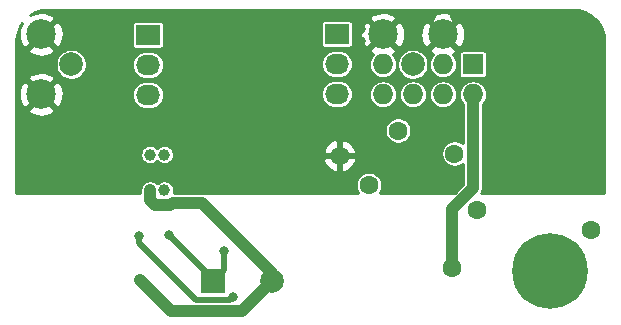
<source format=gbl>
G04 #@! TF.GenerationSoftware,KiCad,Pcbnew,5.1.4+dfsg1-1~bpo10+1*
G04 #@! TF.CreationDate,2019-10-02T20:55:17+02:00*
G04 #@! TF.ProjectId,iak-swr-meter,69616b2d-7377-4722-9d6d-657465722e6b,rev?*
G04 #@! TF.SameCoordinates,Original*
G04 #@! TF.FileFunction,Copper,L2,Bot*
G04 #@! TF.FilePolarity,Positive*
%FSLAX46Y46*%
G04 Gerber Fmt 4.6, Leading zero omitted, Abs format (unit mm)*
G04 Created by KiCad (PCBNEW 5.1.4+dfsg1-1~bpo10+1) date 2019-10-02 20:55:17*
%MOMM*%
%LPD*%
G04 APERTURE LIST*
%ADD10C,2.500000*%
%ADD11C,2.000000*%
%ADD12O,1.727200X1.727200*%
%ADD13R,1.727200X1.727200*%
%ADD14O,1.600000X1.600000*%
%ADD15C,1.600000*%
%ADD16C,0.600000*%
%ADD17C,6.400000*%
%ADD18O,2.032000X1.727200*%
%ADD19R,2.032000X1.727200*%
%ADD20C,1.000000*%
%ADD21R,2.000000X2.000000*%
%ADD22C,0.800000*%
%ADD23C,0.500000*%
%ADD24C,1.000000*%
%ADD25C,0.254000*%
G04 APERTURE END LIST*
D10*
X41460000Y15040000D03*
X36380000Y15040000D03*
D11*
X38920000Y12500000D03*
D12*
X36380000Y9960000D03*
X36380000Y12500000D03*
X38920000Y9960000D03*
X41460000Y9960000D03*
X41460000Y12500000D03*
X44000000Y9960000D03*
D13*
X44000000Y12500000D03*
D14*
X54000000Y8500000D03*
D15*
X54000000Y-1500000D03*
D16*
X52197056Y13197056D03*
X50500000Y13900000D03*
X48802944Y13197056D03*
X48100000Y11500000D03*
X48802944Y9802944D03*
X50500000Y9100000D03*
X52197056Y9802944D03*
X52900000Y11500000D03*
D17*
X50500000Y11500000D03*
D16*
X52197056Y-3302944D03*
X50500000Y-2600000D03*
X48802944Y-3302944D03*
X48100000Y-5000000D03*
X48802944Y-6697056D03*
X50500000Y-7400000D03*
X52197056Y-6697056D03*
X52900000Y-5000000D03*
D17*
X50500000Y-5000000D03*
D15*
X42272971Y-4772971D03*
X44394291Y176777D03*
X42449747Y4949747D03*
X37676777Y6894291D03*
X35201903Y2298097D03*
X32727029Y4772971D03*
D18*
X32500000Y10000000D03*
X32500000Y12540000D03*
D19*
X32500000Y15080000D03*
D18*
X16500000Y9920000D03*
X16500000Y12460000D03*
D19*
X16500000Y15000000D03*
D20*
X16672000Y1858000D03*
X16672000Y4858000D03*
X17872000Y4858000D03*
X17872000Y1858000D03*
D10*
X7460000Y9960000D03*
X12540000Y9960000D03*
X7460000Y15040000D03*
X12540000Y15040000D03*
D11*
X10000000Y12500000D03*
X26996400Y-5842000D03*
D21*
X21996400Y-5842000D03*
D22*
X22899998Y-3327400D03*
X18262600Y-1955800D03*
X18584608Y797710D03*
X25247600Y-3378200D03*
X15784800Y-5729000D03*
X15748000Y-2032000D03*
X23677246Y-7224943D03*
X18500000Y13000000D03*
X19500000Y13000000D03*
X20500000Y13000000D03*
X21500000Y13000000D03*
X22500000Y13000000D03*
X23500000Y13000000D03*
X24500000Y13000000D03*
X25500000Y13000000D03*
X26500000Y13000000D03*
X27500000Y13000000D03*
X28500000Y13000000D03*
X29500000Y13000000D03*
X30500000Y13000000D03*
X25500000Y8500000D03*
X24500000Y8500000D03*
X23500000Y8500000D03*
X22500000Y8500000D03*
X21500000Y8500000D03*
X20500000Y8500000D03*
X19500000Y8500000D03*
X18500000Y8500000D03*
X17500000Y8500000D03*
X26000000Y7000000D03*
X27000000Y7000000D03*
X28000000Y7000000D03*
X28500000Y12000000D03*
X28500000Y11000000D03*
X28500000Y10000000D03*
X28500000Y9000000D03*
X28500000Y8000000D03*
X28000000Y6000000D03*
X29000000Y5500000D03*
X30000000Y5500000D03*
X31000000Y6000000D03*
X22000000Y4000000D03*
X23000000Y4000000D03*
X24000000Y4000000D03*
X25000000Y4000000D03*
X11000000Y4500000D03*
X10000000Y4500000D03*
X12000000Y3000000D03*
X13000000Y3000000D03*
X14500000Y4500000D03*
X15500000Y4500000D03*
X16500000Y8000000D03*
X15500000Y8000000D03*
X14500000Y8500000D03*
X27500000Y16500000D03*
X26500000Y16500000D03*
X25500000Y16500000D03*
X22500000Y16500000D03*
X23500000Y16500000D03*
X24500000Y16500000D03*
X28500000Y16500000D03*
X29500000Y16500000D03*
X30500000Y16500000D03*
X20500000Y16500000D03*
X21500000Y16500000D03*
X18500000Y16500000D03*
X19500000Y16500000D03*
X17500000Y16500000D03*
X16500000Y16500000D03*
X15500000Y16500000D03*
X14500000Y16500000D03*
X31500000Y16500000D03*
X32500000Y16500000D03*
X33500000Y16500000D03*
X34500000Y16500000D03*
X34500000Y15500000D03*
X34500000Y14500000D03*
X34500000Y11000000D03*
X34500000Y10000000D03*
X34500000Y9000000D03*
X34500000Y8000000D03*
X33500000Y8000000D03*
X32500000Y8000000D03*
X31500000Y8000000D03*
X31000000Y7000000D03*
X40500000Y16500000D03*
X38500000Y16500000D03*
X44500000Y16500000D03*
X42500000Y16500000D03*
X46500000Y16500000D03*
X48500000Y16500000D03*
X52500000Y16500000D03*
X50500000Y16500000D03*
X6000000Y6500000D03*
X6000000Y2500000D03*
X6000000Y12500000D03*
X6000000Y4500000D03*
D23*
X22910800Y-3338202D02*
X22899998Y-3327400D01*
X21996400Y-5842000D02*
X22910800Y-4927600D01*
X22910800Y-4927600D02*
X22910800Y-3338202D01*
X21996400Y-5689600D02*
X18262600Y-1955800D01*
X21996400Y-5842000D02*
X21996400Y-5689600D01*
D24*
X26996400Y-5842000D02*
X26996400Y-5127000D01*
X26996400Y-5127000D02*
X25247600Y-3378200D01*
X21071690Y797710D02*
X18584608Y797710D01*
X25247600Y-3378200D02*
X21071690Y797710D01*
X18345698Y558800D02*
X18584608Y797710D01*
X17119600Y558800D02*
X18345698Y558800D01*
X16672000Y1858000D02*
X16672000Y1006400D01*
X16672000Y1006400D02*
X17119600Y558800D01*
X18463200Y-8407400D02*
X16184799Y-6128999D01*
X26996400Y-5842000D02*
X24431000Y-8407400D01*
X16184799Y-6128999D02*
X15784800Y-5729000D01*
X24431000Y-8407400D02*
X18463200Y-8407400D01*
D23*
X15748000Y-2032000D02*
X15748000Y-2597685D01*
X20591748Y-7441433D02*
X23460756Y-7441433D01*
X15748000Y-2597685D02*
X20591748Y-7441433D01*
X23460756Y-7441433D02*
X23677246Y-7224943D01*
D24*
X42272971Y-3641601D02*
X42272971Y-4772971D01*
X42272971Y275459D02*
X42272971Y-3641601D01*
X44000000Y2002488D02*
X42272971Y275459D01*
X44000000Y9960000D02*
X44000000Y2002488D01*
D25*
G36*
X53014003Y17095913D02*
G01*
X53508427Y16946639D01*
X53964449Y16704168D01*
X54364680Y16377748D01*
X54693894Y15979797D01*
X54939537Y15525487D01*
X55092262Y15032115D01*
X55147991Y14501883D01*
X55148001Y14499060D01*
X55148000Y1627000D01*
X44737022Y1627000D01*
X44767744Y1684477D01*
X44767745Y1684478D01*
X44815034Y1840368D01*
X44827000Y1961864D01*
X44827000Y1961874D01*
X44831000Y2002488D01*
X44827000Y2043102D01*
X44827000Y9098491D01*
X44845954Y9114046D01*
X44885107Y9161754D01*
X49873000Y9161754D01*
X49873000Y9038246D01*
X49897095Y8917111D01*
X49944360Y8803004D01*
X50012977Y8700311D01*
X50100311Y8612977D01*
X50203004Y8544360D01*
X50317111Y8497095D01*
X50438246Y8473000D01*
X50561754Y8473000D01*
X50682889Y8497095D01*
X50796996Y8544360D01*
X50899689Y8612977D01*
X50987023Y8700311D01*
X51055640Y8803004D01*
X51102905Y8917111D01*
X51127000Y9038246D01*
X51127000Y9161754D01*
X51102905Y9282889D01*
X51055640Y9396996D01*
X50987023Y9499689D01*
X50899689Y9587023D01*
X50796996Y9655640D01*
X50682889Y9702905D01*
X50561754Y9727000D01*
X50438246Y9727000D01*
X50317111Y9702905D01*
X50203004Y9655640D01*
X50100311Y9587023D01*
X50012977Y9499689D01*
X49944360Y9396996D01*
X49897095Y9282889D01*
X49873000Y9161754D01*
X44885107Y9161754D01*
X44994737Y9295338D01*
X45105293Y9502173D01*
X45173372Y9726602D01*
X45186973Y9864698D01*
X48175944Y9864698D01*
X48175944Y9741190D01*
X48200039Y9620055D01*
X48247304Y9505948D01*
X48315921Y9403255D01*
X48403255Y9315921D01*
X48505948Y9247304D01*
X48620055Y9200039D01*
X48741190Y9175944D01*
X48864698Y9175944D01*
X48985833Y9200039D01*
X49099940Y9247304D01*
X49202633Y9315921D01*
X49289967Y9403255D01*
X49358584Y9505948D01*
X49405849Y9620055D01*
X49429944Y9741190D01*
X49429944Y9864698D01*
X51570056Y9864698D01*
X51570056Y9741190D01*
X51594151Y9620055D01*
X51641416Y9505948D01*
X51710033Y9403255D01*
X51797367Y9315921D01*
X51900060Y9247304D01*
X52014167Y9200039D01*
X52135302Y9175944D01*
X52258810Y9175944D01*
X52379945Y9200039D01*
X52494052Y9247304D01*
X52596745Y9315921D01*
X52684079Y9403255D01*
X52752696Y9505948D01*
X52799961Y9620055D01*
X52824056Y9741190D01*
X52824056Y9864698D01*
X52799961Y9985833D01*
X52752696Y10099940D01*
X52684079Y10202633D01*
X52596745Y10289967D01*
X52494052Y10358584D01*
X52379945Y10405849D01*
X52258810Y10429944D01*
X52135302Y10429944D01*
X52014167Y10405849D01*
X51900060Y10358584D01*
X51797367Y10289967D01*
X51710033Y10202633D01*
X51641416Y10099940D01*
X51594151Y9985833D01*
X51570056Y9864698D01*
X49429944Y9864698D01*
X49405849Y9985833D01*
X49358584Y10099940D01*
X49289967Y10202633D01*
X49202633Y10289967D01*
X49099940Y10358584D01*
X48985833Y10405849D01*
X48864698Y10429944D01*
X48741190Y10429944D01*
X48620055Y10405849D01*
X48505948Y10358584D01*
X48403255Y10289967D01*
X48315921Y10202633D01*
X48247304Y10099940D01*
X48200039Y9985833D01*
X48175944Y9864698D01*
X45186973Y9864698D01*
X45196360Y9960000D01*
X45173372Y10193398D01*
X45105293Y10417827D01*
X44994737Y10624662D01*
X44845954Y10805954D01*
X44664662Y10954737D01*
X44457827Y11065293D01*
X44233398Y11133372D01*
X44058481Y11150600D01*
X43941519Y11150600D01*
X43766602Y11133372D01*
X43542173Y11065293D01*
X43335338Y10954737D01*
X43154046Y10805954D01*
X43005263Y10624662D01*
X42894707Y10417827D01*
X42826628Y10193398D01*
X42803640Y9960000D01*
X42826628Y9726602D01*
X42894707Y9502173D01*
X43005263Y9295338D01*
X43154046Y9114046D01*
X43173000Y9098491D01*
X43173001Y5820312D01*
X43168168Y5825145D01*
X42983582Y5948481D01*
X42778481Y6033437D01*
X42560747Y6076747D01*
X42338747Y6076747D01*
X42121013Y6033437D01*
X41915912Y5948481D01*
X41731326Y5825145D01*
X41574349Y5668168D01*
X41451013Y5483582D01*
X41366057Y5278481D01*
X41322747Y5060747D01*
X41322747Y4838747D01*
X41366057Y4621013D01*
X41451013Y4415912D01*
X41574349Y4231326D01*
X41731326Y4074349D01*
X41915912Y3951013D01*
X42121013Y3866057D01*
X42338747Y3822747D01*
X42560747Y3822747D01*
X42778481Y3866057D01*
X42983582Y3951013D01*
X43168168Y4074349D01*
X43173001Y4079182D01*
X43173001Y2345043D01*
X42454958Y1627000D01*
X36108922Y1627000D01*
X36200637Y1764262D01*
X36285593Y1969363D01*
X36328903Y2187097D01*
X36328903Y2409097D01*
X36285593Y2626831D01*
X36200637Y2831932D01*
X36077301Y3016518D01*
X35920324Y3173495D01*
X35735738Y3296831D01*
X35530637Y3381787D01*
X35312903Y3425097D01*
X35090903Y3425097D01*
X34873169Y3381787D01*
X34668068Y3296831D01*
X34483482Y3173495D01*
X34326505Y3016518D01*
X34203169Y2831932D01*
X34118213Y2626831D01*
X34074903Y2409097D01*
X34074903Y2187097D01*
X34118213Y1969363D01*
X34203169Y1764262D01*
X34294884Y1627000D01*
X21089052Y1627000D01*
X21071690Y1628710D01*
X21054328Y1627000D01*
X18669253Y1627000D01*
X18699000Y1776548D01*
X18699000Y1939452D01*
X18667218Y2099227D01*
X18604877Y2249731D01*
X18514372Y2385181D01*
X18399181Y2500372D01*
X18263731Y2590877D01*
X18113227Y2653218D01*
X17953452Y2685000D01*
X17790548Y2685000D01*
X17630773Y2653218D01*
X17480269Y2590877D01*
X17344819Y2500372D01*
X17273330Y2428883D01*
X17259606Y2445606D01*
X17228049Y2471504D01*
X17199181Y2500372D01*
X17165234Y2523054D01*
X17133678Y2548952D01*
X17097677Y2568195D01*
X17063731Y2590877D01*
X17026013Y2606500D01*
X16990009Y2625745D01*
X16950942Y2637596D01*
X16913227Y2653218D01*
X16873188Y2661182D01*
X16834119Y2673034D01*
X16793492Y2677035D01*
X16753452Y2685000D01*
X16712624Y2685000D01*
X16672000Y2689001D01*
X16631376Y2685000D01*
X16590548Y2685000D01*
X16550508Y2677035D01*
X16509880Y2673034D01*
X16470809Y2661182D01*
X16430773Y2653218D01*
X16393061Y2637597D01*
X16353990Y2625745D01*
X16317982Y2606498D01*
X16280269Y2590877D01*
X16246327Y2568198D01*
X16210321Y2548952D01*
X16178762Y2523052D01*
X16144819Y2500372D01*
X16115952Y2471505D01*
X16084394Y2445606D01*
X16058496Y2414049D01*
X16029628Y2385181D01*
X16006946Y2351234D01*
X15981048Y2319678D01*
X15961805Y2283677D01*
X15939123Y2249731D01*
X15923500Y2212013D01*
X15904255Y2176009D01*
X15892404Y2136942D01*
X15876782Y2099227D01*
X15868818Y2059188D01*
X15856966Y2020119D01*
X15852965Y1979492D01*
X15845000Y1939452D01*
X15845000Y1627000D01*
X5352000Y1627000D01*
X5352000Y4939452D01*
X15845000Y4939452D01*
X15845000Y4776548D01*
X15876782Y4616773D01*
X15939123Y4466269D01*
X16029628Y4330819D01*
X16144819Y4215628D01*
X16280269Y4125123D01*
X16430773Y4062782D01*
X16590548Y4031000D01*
X16753452Y4031000D01*
X16913227Y4062782D01*
X17063731Y4125123D01*
X17199181Y4215628D01*
X17272000Y4288447D01*
X17344819Y4215628D01*
X17480269Y4125123D01*
X17630773Y4062782D01*
X17790548Y4031000D01*
X17953452Y4031000D01*
X18113227Y4062782D01*
X18263731Y4125123D01*
X18399181Y4215628D01*
X18514372Y4330819D01*
X18575859Y4422842D01*
X31328241Y4422842D01*
X31423425Y4156680D01*
X31568706Y3914201D01*
X31758501Y3704724D01*
X31985516Y3536300D01*
X32241027Y3415400D01*
X32376900Y3374183D01*
X32600029Y3496078D01*
X32600029Y4645971D01*
X32854029Y4645971D01*
X32854029Y3496078D01*
X33077158Y3374183D01*
X33343320Y3469367D01*
X33585799Y3614648D01*
X33795276Y3804443D01*
X33963700Y4031458D01*
X34084600Y4286969D01*
X34125817Y4422842D01*
X34003922Y4645971D01*
X32854029Y4645971D01*
X32600029Y4645971D01*
X31450136Y4645971D01*
X31328241Y4422842D01*
X18575859Y4422842D01*
X18604877Y4466269D01*
X18667218Y4616773D01*
X18699000Y4776548D01*
X18699000Y4939452D01*
X18667218Y5099227D01*
X18657330Y5123100D01*
X31328241Y5123100D01*
X31450136Y4899971D01*
X32600029Y4899971D01*
X32600029Y6049864D01*
X32854029Y6049864D01*
X32854029Y4899971D01*
X34003922Y4899971D01*
X34125817Y5123100D01*
X34030633Y5389262D01*
X33885352Y5631741D01*
X33695557Y5841218D01*
X33468542Y6009642D01*
X33213031Y6130542D01*
X33077158Y6171759D01*
X32854029Y6049864D01*
X32600029Y6049864D01*
X32376900Y6171759D01*
X32110738Y6076575D01*
X31868259Y5931294D01*
X31658782Y5741499D01*
X31490358Y5514484D01*
X31369458Y5258973D01*
X31328241Y5123100D01*
X18657330Y5123100D01*
X18604877Y5249731D01*
X18514372Y5385181D01*
X18399181Y5500372D01*
X18263731Y5590877D01*
X18113227Y5653218D01*
X17953452Y5685000D01*
X17790548Y5685000D01*
X17630773Y5653218D01*
X17480269Y5590877D01*
X17344819Y5500372D01*
X17272000Y5427553D01*
X17199181Y5500372D01*
X17063731Y5590877D01*
X16913227Y5653218D01*
X16753452Y5685000D01*
X16590548Y5685000D01*
X16430773Y5653218D01*
X16280269Y5590877D01*
X16144819Y5500372D01*
X16029628Y5385181D01*
X15939123Y5249731D01*
X15876782Y5099227D01*
X15845000Y4939452D01*
X5352000Y4939452D01*
X5352000Y7005291D01*
X36549777Y7005291D01*
X36549777Y6783291D01*
X36593087Y6565557D01*
X36678043Y6360456D01*
X36801379Y6175870D01*
X36958356Y6018893D01*
X37142942Y5895557D01*
X37348043Y5810601D01*
X37565777Y5767291D01*
X37787777Y5767291D01*
X38005511Y5810601D01*
X38210612Y5895557D01*
X38395198Y6018893D01*
X38552175Y6175870D01*
X38675511Y6360456D01*
X38760467Y6565557D01*
X38803777Y6783291D01*
X38803777Y7005291D01*
X38760467Y7223025D01*
X38675511Y7428126D01*
X38552175Y7612712D01*
X38395198Y7769689D01*
X38210612Y7893025D01*
X38005511Y7977981D01*
X37787777Y8021291D01*
X37565777Y8021291D01*
X37348043Y7977981D01*
X37142942Y7893025D01*
X36958356Y7769689D01*
X36801379Y7612712D01*
X36678043Y7428126D01*
X36593087Y7223025D01*
X36549777Y7005291D01*
X5352000Y7005291D01*
X5352000Y8646395D01*
X6326000Y8646395D01*
X6451914Y8356423D01*
X6784126Y8190567D01*
X7142312Y8092710D01*
X7512706Y8066611D01*
X7881075Y8113275D01*
X8233262Y8230906D01*
X8468086Y8356423D01*
X8594000Y8646395D01*
X7460000Y9780395D01*
X6326000Y8646395D01*
X5352000Y8646395D01*
X5352000Y9907294D01*
X5566611Y9907294D01*
X5613275Y9538925D01*
X5730906Y9186738D01*
X5856423Y8951914D01*
X6146395Y8826000D01*
X7280395Y9960000D01*
X7639605Y9960000D01*
X8773605Y8826000D01*
X9063577Y8951914D01*
X9229433Y9284126D01*
X9327290Y9642312D01*
X9346856Y9920000D01*
X15151240Y9920000D01*
X15174228Y9686602D01*
X15242307Y9462173D01*
X15352863Y9255338D01*
X15501646Y9074046D01*
X15682938Y8925263D01*
X15889773Y8814707D01*
X16114202Y8746628D01*
X16289119Y8729400D01*
X16710881Y8729400D01*
X16885798Y8746628D01*
X17110227Y8814707D01*
X17317062Y8925263D01*
X17498354Y9074046D01*
X17647137Y9255338D01*
X17757693Y9462173D01*
X17825772Y9686602D01*
X17848760Y9920000D01*
X17840881Y10000000D01*
X31151240Y10000000D01*
X31174228Y9766602D01*
X31242307Y9542173D01*
X31352863Y9335338D01*
X31501646Y9154046D01*
X31682938Y9005263D01*
X31889773Y8894707D01*
X32114202Y8826628D01*
X32289119Y8809400D01*
X32710881Y8809400D01*
X32885798Y8826628D01*
X33110227Y8894707D01*
X33317062Y9005263D01*
X33498354Y9154046D01*
X33647137Y9335338D01*
X33757693Y9542173D01*
X33825772Y9766602D01*
X33844820Y9960000D01*
X35183640Y9960000D01*
X35206628Y9726602D01*
X35274707Y9502173D01*
X35385263Y9295338D01*
X35534046Y9114046D01*
X35715338Y8965263D01*
X35922173Y8854707D01*
X36146602Y8786628D01*
X36321519Y8769400D01*
X36438481Y8769400D01*
X36613398Y8786628D01*
X36837827Y8854707D01*
X37044662Y8965263D01*
X37225954Y9114046D01*
X37374737Y9295338D01*
X37485293Y9502173D01*
X37553372Y9726602D01*
X37576360Y9960000D01*
X37723640Y9960000D01*
X37746628Y9726602D01*
X37814707Y9502173D01*
X37925263Y9295338D01*
X38074046Y9114046D01*
X38255338Y8965263D01*
X38462173Y8854707D01*
X38686602Y8786628D01*
X38861519Y8769400D01*
X38978481Y8769400D01*
X39153398Y8786628D01*
X39377827Y8854707D01*
X39584662Y8965263D01*
X39765954Y9114046D01*
X39914737Y9295338D01*
X40025293Y9502173D01*
X40093372Y9726602D01*
X40116360Y9960000D01*
X40263640Y9960000D01*
X40286628Y9726602D01*
X40354707Y9502173D01*
X40465263Y9295338D01*
X40614046Y9114046D01*
X40795338Y8965263D01*
X41002173Y8854707D01*
X41226602Y8786628D01*
X41401519Y8769400D01*
X41518481Y8769400D01*
X41693398Y8786628D01*
X41917827Y8854707D01*
X42124662Y8965263D01*
X42305954Y9114046D01*
X42454737Y9295338D01*
X42565293Y9502173D01*
X42633372Y9726602D01*
X42656360Y9960000D01*
X42633372Y10193398D01*
X42565293Y10417827D01*
X42454737Y10624662D01*
X42305954Y10805954D01*
X42124662Y10954737D01*
X41917827Y11065293D01*
X41693398Y11133372D01*
X41518481Y11150600D01*
X41401519Y11150600D01*
X41226602Y11133372D01*
X41002173Y11065293D01*
X40795338Y10954737D01*
X40614046Y10805954D01*
X40465263Y10624662D01*
X40354707Y10417827D01*
X40286628Y10193398D01*
X40263640Y9960000D01*
X40116360Y9960000D01*
X40093372Y10193398D01*
X40025293Y10417827D01*
X39914737Y10624662D01*
X39765954Y10805954D01*
X39584662Y10954737D01*
X39377827Y11065293D01*
X39153398Y11133372D01*
X38978481Y11150600D01*
X38861519Y11150600D01*
X38686602Y11133372D01*
X38462173Y11065293D01*
X38255338Y10954737D01*
X38074046Y10805954D01*
X37925263Y10624662D01*
X37814707Y10417827D01*
X37746628Y10193398D01*
X37723640Y9960000D01*
X37576360Y9960000D01*
X37553372Y10193398D01*
X37485293Y10417827D01*
X37374737Y10624662D01*
X37225954Y10805954D01*
X37044662Y10954737D01*
X36837827Y11065293D01*
X36613398Y11133372D01*
X36438481Y11150600D01*
X36321519Y11150600D01*
X36146602Y11133372D01*
X35922173Y11065293D01*
X35715338Y10954737D01*
X35534046Y10805954D01*
X35385263Y10624662D01*
X35274707Y10417827D01*
X35206628Y10193398D01*
X35183640Y9960000D01*
X33844820Y9960000D01*
X33848760Y10000000D01*
X33825772Y10233398D01*
X33757693Y10457827D01*
X33647137Y10664662D01*
X33498354Y10845954D01*
X33317062Y10994737D01*
X33110227Y11105293D01*
X32885798Y11173372D01*
X32710881Y11190600D01*
X32289119Y11190600D01*
X32114202Y11173372D01*
X31889773Y11105293D01*
X31682938Y10994737D01*
X31501646Y10845954D01*
X31352863Y10664662D01*
X31242307Y10457827D01*
X31174228Y10233398D01*
X31151240Y10000000D01*
X17840881Y10000000D01*
X17825772Y10153398D01*
X17757693Y10377827D01*
X17647137Y10584662D01*
X17498354Y10765954D01*
X17317062Y10914737D01*
X17110227Y11025293D01*
X16885798Y11093372D01*
X16710881Y11110600D01*
X16289119Y11110600D01*
X16114202Y11093372D01*
X15889773Y11025293D01*
X15682938Y10914737D01*
X15501646Y10765954D01*
X15352863Y10584662D01*
X15242307Y10377827D01*
X15174228Y10153398D01*
X15151240Y9920000D01*
X9346856Y9920000D01*
X9353389Y10012706D01*
X9306725Y10381075D01*
X9189094Y10733262D01*
X9063577Y10968086D01*
X8773605Y11094000D01*
X7639605Y9960000D01*
X7280395Y9960000D01*
X6146395Y11094000D01*
X5856423Y10968086D01*
X5690567Y10635874D01*
X5592710Y10277688D01*
X5566611Y9907294D01*
X5352000Y9907294D01*
X5352000Y11273605D01*
X6326000Y11273605D01*
X7460000Y10139605D01*
X8594000Y11273605D01*
X8468086Y11563577D01*
X8135874Y11729433D01*
X7777688Y11827290D01*
X7407294Y11853389D01*
X7038925Y11806725D01*
X6686738Y11689094D01*
X6451914Y11563577D01*
X6326000Y11273605D01*
X5352000Y11273605D01*
X5352000Y12630698D01*
X8673000Y12630698D01*
X8673000Y12369302D01*
X8723996Y12112928D01*
X8824028Y11871430D01*
X8969252Y11654087D01*
X9154087Y11469252D01*
X9371430Y11324028D01*
X9612928Y11223996D01*
X9869302Y11173000D01*
X10130698Y11173000D01*
X10387072Y11223996D01*
X10628570Y11324028D01*
X10845913Y11469252D01*
X11030748Y11654087D01*
X11175972Y11871430D01*
X11276004Y12112928D01*
X11327000Y12369302D01*
X11327000Y12460000D01*
X15151240Y12460000D01*
X15174228Y12226602D01*
X15242307Y12002173D01*
X15352863Y11795338D01*
X15501646Y11614046D01*
X15682938Y11465263D01*
X15889773Y11354707D01*
X16114202Y11286628D01*
X16289119Y11269400D01*
X16710881Y11269400D01*
X16885798Y11286628D01*
X17110227Y11354707D01*
X17317062Y11465263D01*
X17498354Y11614046D01*
X17647137Y11795338D01*
X17757693Y12002173D01*
X17825772Y12226602D01*
X17848760Y12460000D01*
X17840881Y12540000D01*
X31151240Y12540000D01*
X31174228Y12306602D01*
X31242307Y12082173D01*
X31352863Y11875338D01*
X31501646Y11694046D01*
X31682938Y11545263D01*
X31889773Y11434707D01*
X32114202Y11366628D01*
X32289119Y11349400D01*
X32710881Y11349400D01*
X32885798Y11366628D01*
X33110227Y11434707D01*
X33317062Y11545263D01*
X33498354Y11694046D01*
X33647137Y11875338D01*
X33757693Y12082173D01*
X33825772Y12306602D01*
X33844820Y12500000D01*
X35183640Y12500000D01*
X35206628Y12266602D01*
X35274707Y12042173D01*
X35385263Y11835338D01*
X35534046Y11654046D01*
X35715338Y11505263D01*
X35922173Y11394707D01*
X36146602Y11326628D01*
X36321519Y11309400D01*
X36438481Y11309400D01*
X36613398Y11326628D01*
X36837827Y11394707D01*
X37044662Y11505263D01*
X37225954Y11654046D01*
X37374737Y11835338D01*
X37485293Y12042173D01*
X37553372Y12266602D01*
X37576360Y12500000D01*
X37563488Y12630698D01*
X37593000Y12630698D01*
X37593000Y12369302D01*
X37643996Y12112928D01*
X37744028Y11871430D01*
X37889252Y11654087D01*
X38074087Y11469252D01*
X38291430Y11324028D01*
X38532928Y11223996D01*
X38789302Y11173000D01*
X39050698Y11173000D01*
X39307072Y11223996D01*
X39548570Y11324028D01*
X39765913Y11469252D01*
X39950748Y11654087D01*
X40095972Y11871430D01*
X40196004Y12112928D01*
X40247000Y12369302D01*
X40247000Y12500000D01*
X40263640Y12500000D01*
X40286628Y12266602D01*
X40354707Y12042173D01*
X40465263Y11835338D01*
X40614046Y11654046D01*
X40795338Y11505263D01*
X41002173Y11394707D01*
X41226602Y11326628D01*
X41401519Y11309400D01*
X41518481Y11309400D01*
X41693398Y11326628D01*
X41917827Y11394707D01*
X42124662Y11505263D01*
X42305954Y11654046D01*
X42454737Y11835338D01*
X42565293Y12042173D01*
X42633372Y12266602D01*
X42656360Y12500000D01*
X42633372Y12733398D01*
X42565293Y12957827D01*
X42454737Y13164662D01*
X42305954Y13345954D01*
X42303145Y13348259D01*
X42331845Y13363600D01*
X42807818Y13363600D01*
X42807818Y11636400D01*
X42814132Y11572297D01*
X42832830Y11510657D01*
X42863194Y11453850D01*
X42904057Y11404057D01*
X42953850Y11363194D01*
X43010657Y11332830D01*
X43072297Y11314132D01*
X43136400Y11307818D01*
X44863600Y11307818D01*
X44927703Y11314132D01*
X44989343Y11332830D01*
X45046150Y11363194D01*
X45095943Y11404057D01*
X45136806Y11453850D01*
X45167170Y11510657D01*
X45182669Y11561754D01*
X47473000Y11561754D01*
X47473000Y11438246D01*
X47497095Y11317111D01*
X47544360Y11203004D01*
X47612977Y11100311D01*
X47700311Y11012977D01*
X47803004Y10944360D01*
X47917111Y10897095D01*
X48038246Y10873000D01*
X48161754Y10873000D01*
X48282889Y10897095D01*
X48396996Y10944360D01*
X48499689Y11012977D01*
X48587023Y11100311D01*
X48655640Y11203004D01*
X48702905Y11317111D01*
X48727000Y11438246D01*
X48727000Y11561754D01*
X52273000Y11561754D01*
X52273000Y11438246D01*
X52297095Y11317111D01*
X52344360Y11203004D01*
X52412977Y11100311D01*
X52500311Y11012977D01*
X52603004Y10944360D01*
X52717111Y10897095D01*
X52838246Y10873000D01*
X52961754Y10873000D01*
X53082889Y10897095D01*
X53196996Y10944360D01*
X53299689Y11012977D01*
X53387023Y11100311D01*
X53455640Y11203004D01*
X53502905Y11317111D01*
X53527000Y11438246D01*
X53527000Y11561754D01*
X53502905Y11682889D01*
X53455640Y11796996D01*
X53387023Y11899689D01*
X53299689Y11987023D01*
X53196996Y12055640D01*
X53082889Y12102905D01*
X52961754Y12127000D01*
X52838246Y12127000D01*
X52717111Y12102905D01*
X52603004Y12055640D01*
X52500311Y11987023D01*
X52412977Y11899689D01*
X52344360Y11796996D01*
X52297095Y11682889D01*
X52273000Y11561754D01*
X48727000Y11561754D01*
X48702905Y11682889D01*
X48655640Y11796996D01*
X48587023Y11899689D01*
X48499689Y11987023D01*
X48396996Y12055640D01*
X48282889Y12102905D01*
X48161754Y12127000D01*
X48038246Y12127000D01*
X47917111Y12102905D01*
X47803004Y12055640D01*
X47700311Y11987023D01*
X47612977Y11899689D01*
X47544360Y11796996D01*
X47497095Y11682889D01*
X47473000Y11561754D01*
X45182669Y11561754D01*
X45185868Y11572297D01*
X45192182Y11636400D01*
X45192182Y13258810D01*
X48175944Y13258810D01*
X48175944Y13135302D01*
X48200039Y13014167D01*
X48247304Y12900060D01*
X48315921Y12797367D01*
X48403255Y12710033D01*
X48505948Y12641416D01*
X48620055Y12594151D01*
X48741190Y12570056D01*
X48864698Y12570056D01*
X48985833Y12594151D01*
X49099940Y12641416D01*
X49202633Y12710033D01*
X49289967Y12797367D01*
X49358584Y12900060D01*
X49405849Y13014167D01*
X49429944Y13135302D01*
X49429944Y13258810D01*
X51570056Y13258810D01*
X51570056Y13135302D01*
X51594151Y13014167D01*
X51641416Y12900060D01*
X51710033Y12797367D01*
X51797367Y12710033D01*
X51900060Y12641416D01*
X52014167Y12594151D01*
X52135302Y12570056D01*
X52258810Y12570056D01*
X52379945Y12594151D01*
X52494052Y12641416D01*
X52596745Y12710033D01*
X52684079Y12797367D01*
X52752696Y12900060D01*
X52799961Y13014167D01*
X52824056Y13135302D01*
X52824056Y13258810D01*
X52799961Y13379945D01*
X52752696Y13494052D01*
X52684079Y13596745D01*
X52596745Y13684079D01*
X52494052Y13752696D01*
X52379945Y13799961D01*
X52258810Y13824056D01*
X52135302Y13824056D01*
X52014167Y13799961D01*
X51900060Y13752696D01*
X51797367Y13684079D01*
X51710033Y13596745D01*
X51641416Y13494052D01*
X51594151Y13379945D01*
X51570056Y13258810D01*
X49429944Y13258810D01*
X49405849Y13379945D01*
X49358584Y13494052D01*
X49289967Y13596745D01*
X49202633Y13684079D01*
X49099940Y13752696D01*
X48985833Y13799961D01*
X48864698Y13824056D01*
X48741190Y13824056D01*
X48620055Y13799961D01*
X48505948Y13752696D01*
X48403255Y13684079D01*
X48315921Y13596745D01*
X48247304Y13494052D01*
X48200039Y13379945D01*
X48175944Y13258810D01*
X45192182Y13258810D01*
X45192182Y13363600D01*
X45185868Y13427703D01*
X45167170Y13489343D01*
X45136806Y13546150D01*
X45095943Y13595943D01*
X45046150Y13636806D01*
X44989343Y13667170D01*
X44927703Y13685868D01*
X44863600Y13692182D01*
X43136400Y13692182D01*
X43072297Y13685868D01*
X43010657Y13667170D01*
X42953850Y13636806D01*
X42904057Y13595943D01*
X42863194Y13546150D01*
X42832830Y13489343D01*
X42814132Y13427703D01*
X42807818Y13363600D01*
X42331845Y13363600D01*
X42468086Y13436423D01*
X42594000Y13726395D01*
X41460000Y14860395D01*
X40326000Y13726395D01*
X40451914Y13436423D01*
X40621262Y13351876D01*
X40614046Y13345954D01*
X40465263Y13164662D01*
X40354707Y12957827D01*
X40286628Y12733398D01*
X40263640Y12500000D01*
X40247000Y12500000D01*
X40247000Y12630698D01*
X40196004Y12887072D01*
X40095972Y13128570D01*
X39950748Y13345913D01*
X39765913Y13530748D01*
X39548570Y13675972D01*
X39307072Y13776004D01*
X39050698Y13827000D01*
X38789302Y13827000D01*
X38532928Y13776004D01*
X38291430Y13675972D01*
X38074087Y13530748D01*
X37889252Y13345913D01*
X37744028Y13128570D01*
X37643996Y12887072D01*
X37593000Y12630698D01*
X37563488Y12630698D01*
X37553372Y12733398D01*
X37485293Y12957827D01*
X37374737Y13164662D01*
X37225954Y13345954D01*
X37223145Y13348259D01*
X37388086Y13436423D01*
X37514000Y13726395D01*
X36380000Y14860395D01*
X35246000Y13726395D01*
X35371914Y13436423D01*
X35541262Y13351876D01*
X35534046Y13345954D01*
X35385263Y13164662D01*
X35274707Y12957827D01*
X35206628Y12733398D01*
X35183640Y12500000D01*
X33844820Y12500000D01*
X33848760Y12540000D01*
X33825772Y12773398D01*
X33757693Y12997827D01*
X33647137Y13204662D01*
X33498354Y13385954D01*
X33317062Y13534737D01*
X33110227Y13645293D01*
X32885798Y13713372D01*
X32710881Y13730600D01*
X32289119Y13730600D01*
X32114202Y13713372D01*
X31889773Y13645293D01*
X31682938Y13534737D01*
X31501646Y13385954D01*
X31352863Y13204662D01*
X31242307Y12997827D01*
X31174228Y12773398D01*
X31151240Y12540000D01*
X17840881Y12540000D01*
X17825772Y12693398D01*
X17757693Y12917827D01*
X17647137Y13124662D01*
X17498354Y13305954D01*
X17317062Y13454737D01*
X17110227Y13565293D01*
X16885798Y13633372D01*
X16710881Y13650600D01*
X16289119Y13650600D01*
X16114202Y13633372D01*
X15889773Y13565293D01*
X15682938Y13454737D01*
X15501646Y13305954D01*
X15352863Y13124662D01*
X15242307Y12917827D01*
X15174228Y12693398D01*
X15151240Y12460000D01*
X11327000Y12460000D01*
X11327000Y12630698D01*
X11276004Y12887072D01*
X11175972Y13128570D01*
X11030748Y13345913D01*
X10845913Y13530748D01*
X10628570Y13675972D01*
X10387072Y13776004D01*
X10130698Y13827000D01*
X9869302Y13827000D01*
X9612928Y13776004D01*
X9371430Y13675972D01*
X9154087Y13530748D01*
X8969252Y13345913D01*
X8824028Y13128570D01*
X8723996Y12887072D01*
X8673000Y12630698D01*
X5352000Y12630698D01*
X5352000Y13726395D01*
X6326000Y13726395D01*
X6451914Y13436423D01*
X6784126Y13270567D01*
X7142312Y13172710D01*
X7512706Y13146611D01*
X7881075Y13193275D01*
X8233262Y13310906D01*
X8468086Y13436423D01*
X8594000Y13726395D01*
X7460000Y14860395D01*
X6326000Y13726395D01*
X5352000Y13726395D01*
X5352000Y14482785D01*
X5404087Y15014003D01*
X5553361Y15508427D01*
X5795832Y15964449D01*
X5844395Y16023995D01*
X5690567Y15715874D01*
X5592710Y15357688D01*
X5566611Y14987294D01*
X5613275Y14618925D01*
X5730906Y14266738D01*
X5856423Y14031914D01*
X6146395Y13906000D01*
X7280395Y15040000D01*
X7639605Y15040000D01*
X8773605Y13906000D01*
X9063577Y14031914D01*
X9229433Y14364126D01*
X9327290Y14722312D01*
X9353389Y15092706D01*
X9306725Y15461075D01*
X9189094Y15813262D01*
X9162188Y15863600D01*
X15155418Y15863600D01*
X15155418Y14136400D01*
X15161732Y14072297D01*
X15180430Y14010657D01*
X15210794Y13953850D01*
X15251657Y13904057D01*
X15301450Y13863194D01*
X15358257Y13832830D01*
X15419897Y13814132D01*
X15484000Y13807818D01*
X17516000Y13807818D01*
X17580103Y13814132D01*
X17641743Y13832830D01*
X17698550Y13863194D01*
X17748343Y13904057D01*
X17789206Y13953850D01*
X17819570Y14010657D01*
X17838268Y14072297D01*
X17844582Y14136400D01*
X17844582Y15863600D01*
X17838268Y15927703D01*
X17833446Y15943600D01*
X31155418Y15943600D01*
X31155418Y14216400D01*
X31161732Y14152297D01*
X31180430Y14090657D01*
X31210794Y14033850D01*
X31251657Y13984057D01*
X31301450Y13943194D01*
X31358257Y13912830D01*
X31419897Y13894132D01*
X31484000Y13887818D01*
X33516000Y13887818D01*
X33580103Y13894132D01*
X33641743Y13912830D01*
X33698550Y13943194D01*
X33748343Y13984057D01*
X33789206Y14033850D01*
X33819570Y14090657D01*
X33838268Y14152297D01*
X33844582Y14216400D01*
X33844582Y14987294D01*
X34486611Y14987294D01*
X34533275Y14618925D01*
X34650906Y14266738D01*
X34776423Y14031914D01*
X35066395Y13906000D01*
X36200395Y15040000D01*
X36559605Y15040000D01*
X37693605Y13906000D01*
X37983577Y14031914D01*
X38149433Y14364126D01*
X38247290Y14722312D01*
X38265961Y14987294D01*
X39566611Y14987294D01*
X39613275Y14618925D01*
X39730906Y14266738D01*
X39856423Y14031914D01*
X40146395Y13906000D01*
X41280395Y15040000D01*
X41639605Y15040000D01*
X42773605Y13906000D01*
X42902002Y13961754D01*
X49873000Y13961754D01*
X49873000Y13838246D01*
X49897095Y13717111D01*
X49944360Y13603004D01*
X50012977Y13500311D01*
X50100311Y13412977D01*
X50203004Y13344360D01*
X50317111Y13297095D01*
X50438246Y13273000D01*
X50561754Y13273000D01*
X50682889Y13297095D01*
X50796996Y13344360D01*
X50899689Y13412977D01*
X50987023Y13500311D01*
X51055640Y13603004D01*
X51102905Y13717111D01*
X51127000Y13838246D01*
X51127000Y13961754D01*
X51102905Y14082889D01*
X51055640Y14196996D01*
X50987023Y14299689D01*
X50899689Y14387023D01*
X50796996Y14455640D01*
X50682889Y14502905D01*
X50561754Y14527000D01*
X50438246Y14527000D01*
X50317111Y14502905D01*
X50203004Y14455640D01*
X50100311Y14387023D01*
X50012977Y14299689D01*
X49944360Y14196996D01*
X49897095Y14082889D01*
X49873000Y13961754D01*
X42902002Y13961754D01*
X43063577Y14031914D01*
X43229433Y14364126D01*
X43327290Y14722312D01*
X43353389Y15092706D01*
X43306725Y15461075D01*
X43189094Y15813262D01*
X43063577Y16048086D01*
X42773605Y16174000D01*
X41639605Y15040000D01*
X41280395Y15040000D01*
X40146395Y16174000D01*
X39856423Y16048086D01*
X39690567Y15715874D01*
X39592710Y15357688D01*
X39566611Y14987294D01*
X38265961Y14987294D01*
X38273389Y15092706D01*
X38226725Y15461075D01*
X38109094Y15813262D01*
X37983577Y16048086D01*
X37693605Y16174000D01*
X36559605Y15040000D01*
X36200395Y15040000D01*
X35066395Y16174000D01*
X34776423Y16048086D01*
X34610567Y15715874D01*
X34512710Y15357688D01*
X34486611Y14987294D01*
X33844582Y14987294D01*
X33844582Y15943600D01*
X33838268Y16007703D01*
X33819570Y16069343D01*
X33789206Y16126150D01*
X33748343Y16175943D01*
X33698550Y16216806D01*
X33641743Y16247170D01*
X33580103Y16265868D01*
X33516000Y16272182D01*
X31484000Y16272182D01*
X31419897Y16265868D01*
X31358257Y16247170D01*
X31301450Y16216806D01*
X31251657Y16175943D01*
X31210794Y16126150D01*
X31180430Y16069343D01*
X31161732Y16007703D01*
X31155418Y15943600D01*
X17833446Y15943600D01*
X17819570Y15989343D01*
X17789206Y16046150D01*
X17748343Y16095943D01*
X17698550Y16136806D01*
X17641743Y16167170D01*
X17580103Y16185868D01*
X17516000Y16192182D01*
X15484000Y16192182D01*
X15419897Y16185868D01*
X15358257Y16167170D01*
X15301450Y16136806D01*
X15251657Y16095943D01*
X15210794Y16046150D01*
X15180430Y15989343D01*
X15161732Y15927703D01*
X15155418Y15863600D01*
X9162188Y15863600D01*
X9063577Y16048086D01*
X8773605Y16174000D01*
X7639605Y15040000D01*
X7280395Y15040000D01*
X7266253Y15054143D01*
X7445858Y15233748D01*
X7460000Y15219605D01*
X8594000Y16353605D01*
X35246000Y16353605D01*
X36380000Y15219605D01*
X37514000Y16353605D01*
X40326000Y16353605D01*
X41460000Y15219605D01*
X42594000Y16353605D01*
X42468086Y16643577D01*
X42135874Y16809433D01*
X41777688Y16907290D01*
X41407294Y16933389D01*
X41038925Y16886725D01*
X40686738Y16769094D01*
X40451914Y16643577D01*
X40326000Y16353605D01*
X37514000Y16353605D01*
X37388086Y16643577D01*
X37055874Y16809433D01*
X36697688Y16907290D01*
X36327294Y16933389D01*
X35958925Y16886725D01*
X35606738Y16769094D01*
X35371914Y16643577D01*
X35246000Y16353605D01*
X8594000Y16353605D01*
X8468086Y16643577D01*
X8135874Y16809433D01*
X7777688Y16907290D01*
X7407294Y16933389D01*
X7038925Y16886725D01*
X6686738Y16769094D01*
X6473012Y16654854D01*
X6520203Y16693894D01*
X6974513Y16939537D01*
X7467885Y17092262D01*
X7998117Y17147991D01*
X8000653Y17148000D01*
X52482785Y17148000D01*
X53014003Y17095913D01*
X53014003Y17095913D01*
G37*
X53014003Y17095913D02*
X53508427Y16946639D01*
X53964449Y16704168D01*
X54364680Y16377748D01*
X54693894Y15979797D01*
X54939537Y15525487D01*
X55092262Y15032115D01*
X55147991Y14501883D01*
X55148001Y14499060D01*
X55148000Y1627000D01*
X44737022Y1627000D01*
X44767744Y1684477D01*
X44767745Y1684478D01*
X44815034Y1840368D01*
X44827000Y1961864D01*
X44827000Y1961874D01*
X44831000Y2002488D01*
X44827000Y2043102D01*
X44827000Y9098491D01*
X44845954Y9114046D01*
X44885107Y9161754D01*
X49873000Y9161754D01*
X49873000Y9038246D01*
X49897095Y8917111D01*
X49944360Y8803004D01*
X50012977Y8700311D01*
X50100311Y8612977D01*
X50203004Y8544360D01*
X50317111Y8497095D01*
X50438246Y8473000D01*
X50561754Y8473000D01*
X50682889Y8497095D01*
X50796996Y8544360D01*
X50899689Y8612977D01*
X50987023Y8700311D01*
X51055640Y8803004D01*
X51102905Y8917111D01*
X51127000Y9038246D01*
X51127000Y9161754D01*
X51102905Y9282889D01*
X51055640Y9396996D01*
X50987023Y9499689D01*
X50899689Y9587023D01*
X50796996Y9655640D01*
X50682889Y9702905D01*
X50561754Y9727000D01*
X50438246Y9727000D01*
X50317111Y9702905D01*
X50203004Y9655640D01*
X50100311Y9587023D01*
X50012977Y9499689D01*
X49944360Y9396996D01*
X49897095Y9282889D01*
X49873000Y9161754D01*
X44885107Y9161754D01*
X44994737Y9295338D01*
X45105293Y9502173D01*
X45173372Y9726602D01*
X45186973Y9864698D01*
X48175944Y9864698D01*
X48175944Y9741190D01*
X48200039Y9620055D01*
X48247304Y9505948D01*
X48315921Y9403255D01*
X48403255Y9315921D01*
X48505948Y9247304D01*
X48620055Y9200039D01*
X48741190Y9175944D01*
X48864698Y9175944D01*
X48985833Y9200039D01*
X49099940Y9247304D01*
X49202633Y9315921D01*
X49289967Y9403255D01*
X49358584Y9505948D01*
X49405849Y9620055D01*
X49429944Y9741190D01*
X49429944Y9864698D01*
X51570056Y9864698D01*
X51570056Y9741190D01*
X51594151Y9620055D01*
X51641416Y9505948D01*
X51710033Y9403255D01*
X51797367Y9315921D01*
X51900060Y9247304D01*
X52014167Y9200039D01*
X52135302Y9175944D01*
X52258810Y9175944D01*
X52379945Y9200039D01*
X52494052Y9247304D01*
X52596745Y9315921D01*
X52684079Y9403255D01*
X52752696Y9505948D01*
X52799961Y9620055D01*
X52824056Y9741190D01*
X52824056Y9864698D01*
X52799961Y9985833D01*
X52752696Y10099940D01*
X52684079Y10202633D01*
X52596745Y10289967D01*
X52494052Y10358584D01*
X52379945Y10405849D01*
X52258810Y10429944D01*
X52135302Y10429944D01*
X52014167Y10405849D01*
X51900060Y10358584D01*
X51797367Y10289967D01*
X51710033Y10202633D01*
X51641416Y10099940D01*
X51594151Y9985833D01*
X51570056Y9864698D01*
X49429944Y9864698D01*
X49405849Y9985833D01*
X49358584Y10099940D01*
X49289967Y10202633D01*
X49202633Y10289967D01*
X49099940Y10358584D01*
X48985833Y10405849D01*
X48864698Y10429944D01*
X48741190Y10429944D01*
X48620055Y10405849D01*
X48505948Y10358584D01*
X48403255Y10289967D01*
X48315921Y10202633D01*
X48247304Y10099940D01*
X48200039Y9985833D01*
X48175944Y9864698D01*
X45186973Y9864698D01*
X45196360Y9960000D01*
X45173372Y10193398D01*
X45105293Y10417827D01*
X44994737Y10624662D01*
X44845954Y10805954D01*
X44664662Y10954737D01*
X44457827Y11065293D01*
X44233398Y11133372D01*
X44058481Y11150600D01*
X43941519Y11150600D01*
X43766602Y11133372D01*
X43542173Y11065293D01*
X43335338Y10954737D01*
X43154046Y10805954D01*
X43005263Y10624662D01*
X42894707Y10417827D01*
X42826628Y10193398D01*
X42803640Y9960000D01*
X42826628Y9726602D01*
X42894707Y9502173D01*
X43005263Y9295338D01*
X43154046Y9114046D01*
X43173000Y9098491D01*
X43173001Y5820312D01*
X43168168Y5825145D01*
X42983582Y5948481D01*
X42778481Y6033437D01*
X42560747Y6076747D01*
X42338747Y6076747D01*
X42121013Y6033437D01*
X41915912Y5948481D01*
X41731326Y5825145D01*
X41574349Y5668168D01*
X41451013Y5483582D01*
X41366057Y5278481D01*
X41322747Y5060747D01*
X41322747Y4838747D01*
X41366057Y4621013D01*
X41451013Y4415912D01*
X41574349Y4231326D01*
X41731326Y4074349D01*
X41915912Y3951013D01*
X42121013Y3866057D01*
X42338747Y3822747D01*
X42560747Y3822747D01*
X42778481Y3866057D01*
X42983582Y3951013D01*
X43168168Y4074349D01*
X43173001Y4079182D01*
X43173001Y2345043D01*
X42454958Y1627000D01*
X36108922Y1627000D01*
X36200637Y1764262D01*
X36285593Y1969363D01*
X36328903Y2187097D01*
X36328903Y2409097D01*
X36285593Y2626831D01*
X36200637Y2831932D01*
X36077301Y3016518D01*
X35920324Y3173495D01*
X35735738Y3296831D01*
X35530637Y3381787D01*
X35312903Y3425097D01*
X35090903Y3425097D01*
X34873169Y3381787D01*
X34668068Y3296831D01*
X34483482Y3173495D01*
X34326505Y3016518D01*
X34203169Y2831932D01*
X34118213Y2626831D01*
X34074903Y2409097D01*
X34074903Y2187097D01*
X34118213Y1969363D01*
X34203169Y1764262D01*
X34294884Y1627000D01*
X21089052Y1627000D01*
X21071690Y1628710D01*
X21054328Y1627000D01*
X18669253Y1627000D01*
X18699000Y1776548D01*
X18699000Y1939452D01*
X18667218Y2099227D01*
X18604877Y2249731D01*
X18514372Y2385181D01*
X18399181Y2500372D01*
X18263731Y2590877D01*
X18113227Y2653218D01*
X17953452Y2685000D01*
X17790548Y2685000D01*
X17630773Y2653218D01*
X17480269Y2590877D01*
X17344819Y2500372D01*
X17273330Y2428883D01*
X17259606Y2445606D01*
X17228049Y2471504D01*
X17199181Y2500372D01*
X17165234Y2523054D01*
X17133678Y2548952D01*
X17097677Y2568195D01*
X17063731Y2590877D01*
X17026013Y2606500D01*
X16990009Y2625745D01*
X16950942Y2637596D01*
X16913227Y2653218D01*
X16873188Y2661182D01*
X16834119Y2673034D01*
X16793492Y2677035D01*
X16753452Y2685000D01*
X16712624Y2685000D01*
X16672000Y2689001D01*
X16631376Y2685000D01*
X16590548Y2685000D01*
X16550508Y2677035D01*
X16509880Y2673034D01*
X16470809Y2661182D01*
X16430773Y2653218D01*
X16393061Y2637597D01*
X16353990Y2625745D01*
X16317982Y2606498D01*
X16280269Y2590877D01*
X16246327Y2568198D01*
X16210321Y2548952D01*
X16178762Y2523052D01*
X16144819Y2500372D01*
X16115952Y2471505D01*
X16084394Y2445606D01*
X16058496Y2414049D01*
X16029628Y2385181D01*
X16006946Y2351234D01*
X15981048Y2319678D01*
X15961805Y2283677D01*
X15939123Y2249731D01*
X15923500Y2212013D01*
X15904255Y2176009D01*
X15892404Y2136942D01*
X15876782Y2099227D01*
X15868818Y2059188D01*
X15856966Y2020119D01*
X15852965Y1979492D01*
X15845000Y1939452D01*
X15845000Y1627000D01*
X5352000Y1627000D01*
X5352000Y4939452D01*
X15845000Y4939452D01*
X15845000Y4776548D01*
X15876782Y4616773D01*
X15939123Y4466269D01*
X16029628Y4330819D01*
X16144819Y4215628D01*
X16280269Y4125123D01*
X16430773Y4062782D01*
X16590548Y4031000D01*
X16753452Y4031000D01*
X16913227Y4062782D01*
X17063731Y4125123D01*
X17199181Y4215628D01*
X17272000Y4288447D01*
X17344819Y4215628D01*
X17480269Y4125123D01*
X17630773Y4062782D01*
X17790548Y4031000D01*
X17953452Y4031000D01*
X18113227Y4062782D01*
X18263731Y4125123D01*
X18399181Y4215628D01*
X18514372Y4330819D01*
X18575859Y4422842D01*
X31328241Y4422842D01*
X31423425Y4156680D01*
X31568706Y3914201D01*
X31758501Y3704724D01*
X31985516Y3536300D01*
X32241027Y3415400D01*
X32376900Y3374183D01*
X32600029Y3496078D01*
X32600029Y4645971D01*
X32854029Y4645971D01*
X32854029Y3496078D01*
X33077158Y3374183D01*
X33343320Y3469367D01*
X33585799Y3614648D01*
X33795276Y3804443D01*
X33963700Y4031458D01*
X34084600Y4286969D01*
X34125817Y4422842D01*
X34003922Y4645971D01*
X32854029Y4645971D01*
X32600029Y4645971D01*
X31450136Y4645971D01*
X31328241Y4422842D01*
X18575859Y4422842D01*
X18604877Y4466269D01*
X18667218Y4616773D01*
X18699000Y4776548D01*
X18699000Y4939452D01*
X18667218Y5099227D01*
X18657330Y5123100D01*
X31328241Y5123100D01*
X31450136Y4899971D01*
X32600029Y4899971D01*
X32600029Y6049864D01*
X32854029Y6049864D01*
X32854029Y4899971D01*
X34003922Y4899971D01*
X34125817Y5123100D01*
X34030633Y5389262D01*
X33885352Y5631741D01*
X33695557Y5841218D01*
X33468542Y6009642D01*
X33213031Y6130542D01*
X33077158Y6171759D01*
X32854029Y6049864D01*
X32600029Y6049864D01*
X32376900Y6171759D01*
X32110738Y6076575D01*
X31868259Y5931294D01*
X31658782Y5741499D01*
X31490358Y5514484D01*
X31369458Y5258973D01*
X31328241Y5123100D01*
X18657330Y5123100D01*
X18604877Y5249731D01*
X18514372Y5385181D01*
X18399181Y5500372D01*
X18263731Y5590877D01*
X18113227Y5653218D01*
X17953452Y5685000D01*
X17790548Y5685000D01*
X17630773Y5653218D01*
X17480269Y5590877D01*
X17344819Y5500372D01*
X17272000Y5427553D01*
X17199181Y5500372D01*
X17063731Y5590877D01*
X16913227Y5653218D01*
X16753452Y5685000D01*
X16590548Y5685000D01*
X16430773Y5653218D01*
X16280269Y5590877D01*
X16144819Y5500372D01*
X16029628Y5385181D01*
X15939123Y5249731D01*
X15876782Y5099227D01*
X15845000Y4939452D01*
X5352000Y4939452D01*
X5352000Y7005291D01*
X36549777Y7005291D01*
X36549777Y6783291D01*
X36593087Y6565557D01*
X36678043Y6360456D01*
X36801379Y6175870D01*
X36958356Y6018893D01*
X37142942Y5895557D01*
X37348043Y5810601D01*
X37565777Y5767291D01*
X37787777Y5767291D01*
X38005511Y5810601D01*
X38210612Y5895557D01*
X38395198Y6018893D01*
X38552175Y6175870D01*
X38675511Y6360456D01*
X38760467Y6565557D01*
X38803777Y6783291D01*
X38803777Y7005291D01*
X38760467Y7223025D01*
X38675511Y7428126D01*
X38552175Y7612712D01*
X38395198Y7769689D01*
X38210612Y7893025D01*
X38005511Y7977981D01*
X37787777Y8021291D01*
X37565777Y8021291D01*
X37348043Y7977981D01*
X37142942Y7893025D01*
X36958356Y7769689D01*
X36801379Y7612712D01*
X36678043Y7428126D01*
X36593087Y7223025D01*
X36549777Y7005291D01*
X5352000Y7005291D01*
X5352000Y8646395D01*
X6326000Y8646395D01*
X6451914Y8356423D01*
X6784126Y8190567D01*
X7142312Y8092710D01*
X7512706Y8066611D01*
X7881075Y8113275D01*
X8233262Y8230906D01*
X8468086Y8356423D01*
X8594000Y8646395D01*
X7460000Y9780395D01*
X6326000Y8646395D01*
X5352000Y8646395D01*
X5352000Y9907294D01*
X5566611Y9907294D01*
X5613275Y9538925D01*
X5730906Y9186738D01*
X5856423Y8951914D01*
X6146395Y8826000D01*
X7280395Y9960000D01*
X7639605Y9960000D01*
X8773605Y8826000D01*
X9063577Y8951914D01*
X9229433Y9284126D01*
X9327290Y9642312D01*
X9346856Y9920000D01*
X15151240Y9920000D01*
X15174228Y9686602D01*
X15242307Y9462173D01*
X15352863Y9255338D01*
X15501646Y9074046D01*
X15682938Y8925263D01*
X15889773Y8814707D01*
X16114202Y8746628D01*
X16289119Y8729400D01*
X16710881Y8729400D01*
X16885798Y8746628D01*
X17110227Y8814707D01*
X17317062Y8925263D01*
X17498354Y9074046D01*
X17647137Y9255338D01*
X17757693Y9462173D01*
X17825772Y9686602D01*
X17848760Y9920000D01*
X17840881Y10000000D01*
X31151240Y10000000D01*
X31174228Y9766602D01*
X31242307Y9542173D01*
X31352863Y9335338D01*
X31501646Y9154046D01*
X31682938Y9005263D01*
X31889773Y8894707D01*
X32114202Y8826628D01*
X32289119Y8809400D01*
X32710881Y8809400D01*
X32885798Y8826628D01*
X33110227Y8894707D01*
X33317062Y9005263D01*
X33498354Y9154046D01*
X33647137Y9335338D01*
X33757693Y9542173D01*
X33825772Y9766602D01*
X33844820Y9960000D01*
X35183640Y9960000D01*
X35206628Y9726602D01*
X35274707Y9502173D01*
X35385263Y9295338D01*
X35534046Y9114046D01*
X35715338Y8965263D01*
X35922173Y8854707D01*
X36146602Y8786628D01*
X36321519Y8769400D01*
X36438481Y8769400D01*
X36613398Y8786628D01*
X36837827Y8854707D01*
X37044662Y8965263D01*
X37225954Y9114046D01*
X37374737Y9295338D01*
X37485293Y9502173D01*
X37553372Y9726602D01*
X37576360Y9960000D01*
X37723640Y9960000D01*
X37746628Y9726602D01*
X37814707Y9502173D01*
X37925263Y9295338D01*
X38074046Y9114046D01*
X38255338Y8965263D01*
X38462173Y8854707D01*
X38686602Y8786628D01*
X38861519Y8769400D01*
X38978481Y8769400D01*
X39153398Y8786628D01*
X39377827Y8854707D01*
X39584662Y8965263D01*
X39765954Y9114046D01*
X39914737Y9295338D01*
X40025293Y9502173D01*
X40093372Y9726602D01*
X40116360Y9960000D01*
X40263640Y9960000D01*
X40286628Y9726602D01*
X40354707Y9502173D01*
X40465263Y9295338D01*
X40614046Y9114046D01*
X40795338Y8965263D01*
X41002173Y8854707D01*
X41226602Y8786628D01*
X41401519Y8769400D01*
X41518481Y8769400D01*
X41693398Y8786628D01*
X41917827Y8854707D01*
X42124662Y8965263D01*
X42305954Y9114046D01*
X42454737Y9295338D01*
X42565293Y9502173D01*
X42633372Y9726602D01*
X42656360Y9960000D01*
X42633372Y10193398D01*
X42565293Y10417827D01*
X42454737Y10624662D01*
X42305954Y10805954D01*
X42124662Y10954737D01*
X41917827Y11065293D01*
X41693398Y11133372D01*
X41518481Y11150600D01*
X41401519Y11150600D01*
X41226602Y11133372D01*
X41002173Y11065293D01*
X40795338Y10954737D01*
X40614046Y10805954D01*
X40465263Y10624662D01*
X40354707Y10417827D01*
X40286628Y10193398D01*
X40263640Y9960000D01*
X40116360Y9960000D01*
X40093372Y10193398D01*
X40025293Y10417827D01*
X39914737Y10624662D01*
X39765954Y10805954D01*
X39584662Y10954737D01*
X39377827Y11065293D01*
X39153398Y11133372D01*
X38978481Y11150600D01*
X38861519Y11150600D01*
X38686602Y11133372D01*
X38462173Y11065293D01*
X38255338Y10954737D01*
X38074046Y10805954D01*
X37925263Y10624662D01*
X37814707Y10417827D01*
X37746628Y10193398D01*
X37723640Y9960000D01*
X37576360Y9960000D01*
X37553372Y10193398D01*
X37485293Y10417827D01*
X37374737Y10624662D01*
X37225954Y10805954D01*
X37044662Y10954737D01*
X36837827Y11065293D01*
X36613398Y11133372D01*
X36438481Y11150600D01*
X36321519Y11150600D01*
X36146602Y11133372D01*
X35922173Y11065293D01*
X35715338Y10954737D01*
X35534046Y10805954D01*
X35385263Y10624662D01*
X35274707Y10417827D01*
X35206628Y10193398D01*
X35183640Y9960000D01*
X33844820Y9960000D01*
X33848760Y10000000D01*
X33825772Y10233398D01*
X33757693Y10457827D01*
X33647137Y10664662D01*
X33498354Y10845954D01*
X33317062Y10994737D01*
X33110227Y11105293D01*
X32885798Y11173372D01*
X32710881Y11190600D01*
X32289119Y11190600D01*
X32114202Y11173372D01*
X31889773Y11105293D01*
X31682938Y10994737D01*
X31501646Y10845954D01*
X31352863Y10664662D01*
X31242307Y10457827D01*
X31174228Y10233398D01*
X31151240Y10000000D01*
X17840881Y10000000D01*
X17825772Y10153398D01*
X17757693Y10377827D01*
X17647137Y10584662D01*
X17498354Y10765954D01*
X17317062Y10914737D01*
X17110227Y11025293D01*
X16885798Y11093372D01*
X16710881Y11110600D01*
X16289119Y11110600D01*
X16114202Y11093372D01*
X15889773Y11025293D01*
X15682938Y10914737D01*
X15501646Y10765954D01*
X15352863Y10584662D01*
X15242307Y10377827D01*
X15174228Y10153398D01*
X15151240Y9920000D01*
X9346856Y9920000D01*
X9353389Y10012706D01*
X9306725Y10381075D01*
X9189094Y10733262D01*
X9063577Y10968086D01*
X8773605Y11094000D01*
X7639605Y9960000D01*
X7280395Y9960000D01*
X6146395Y11094000D01*
X5856423Y10968086D01*
X5690567Y10635874D01*
X5592710Y10277688D01*
X5566611Y9907294D01*
X5352000Y9907294D01*
X5352000Y11273605D01*
X6326000Y11273605D01*
X7460000Y10139605D01*
X8594000Y11273605D01*
X8468086Y11563577D01*
X8135874Y11729433D01*
X7777688Y11827290D01*
X7407294Y11853389D01*
X7038925Y11806725D01*
X6686738Y11689094D01*
X6451914Y11563577D01*
X6326000Y11273605D01*
X5352000Y11273605D01*
X5352000Y12630698D01*
X8673000Y12630698D01*
X8673000Y12369302D01*
X8723996Y12112928D01*
X8824028Y11871430D01*
X8969252Y11654087D01*
X9154087Y11469252D01*
X9371430Y11324028D01*
X9612928Y11223996D01*
X9869302Y11173000D01*
X10130698Y11173000D01*
X10387072Y11223996D01*
X10628570Y11324028D01*
X10845913Y11469252D01*
X11030748Y11654087D01*
X11175972Y11871430D01*
X11276004Y12112928D01*
X11327000Y12369302D01*
X11327000Y12460000D01*
X15151240Y12460000D01*
X15174228Y12226602D01*
X15242307Y12002173D01*
X15352863Y11795338D01*
X15501646Y11614046D01*
X15682938Y11465263D01*
X15889773Y11354707D01*
X16114202Y11286628D01*
X16289119Y11269400D01*
X16710881Y11269400D01*
X16885798Y11286628D01*
X17110227Y11354707D01*
X17317062Y11465263D01*
X17498354Y11614046D01*
X17647137Y11795338D01*
X17757693Y12002173D01*
X17825772Y12226602D01*
X17848760Y12460000D01*
X17840881Y12540000D01*
X31151240Y12540000D01*
X31174228Y12306602D01*
X31242307Y12082173D01*
X31352863Y11875338D01*
X31501646Y11694046D01*
X31682938Y11545263D01*
X31889773Y11434707D01*
X32114202Y11366628D01*
X32289119Y11349400D01*
X32710881Y11349400D01*
X32885798Y11366628D01*
X33110227Y11434707D01*
X33317062Y11545263D01*
X33498354Y11694046D01*
X33647137Y11875338D01*
X33757693Y12082173D01*
X33825772Y12306602D01*
X33844820Y12500000D01*
X35183640Y12500000D01*
X35206628Y12266602D01*
X35274707Y12042173D01*
X35385263Y11835338D01*
X35534046Y11654046D01*
X35715338Y11505263D01*
X35922173Y11394707D01*
X36146602Y11326628D01*
X36321519Y11309400D01*
X36438481Y11309400D01*
X36613398Y11326628D01*
X36837827Y11394707D01*
X37044662Y11505263D01*
X37225954Y11654046D01*
X37374737Y11835338D01*
X37485293Y12042173D01*
X37553372Y12266602D01*
X37576360Y12500000D01*
X37563488Y12630698D01*
X37593000Y12630698D01*
X37593000Y12369302D01*
X37643996Y12112928D01*
X37744028Y11871430D01*
X37889252Y11654087D01*
X38074087Y11469252D01*
X38291430Y11324028D01*
X38532928Y11223996D01*
X38789302Y11173000D01*
X39050698Y11173000D01*
X39307072Y11223996D01*
X39548570Y11324028D01*
X39765913Y11469252D01*
X39950748Y11654087D01*
X40095972Y11871430D01*
X40196004Y12112928D01*
X40247000Y12369302D01*
X40247000Y12500000D01*
X40263640Y12500000D01*
X40286628Y12266602D01*
X40354707Y12042173D01*
X40465263Y11835338D01*
X40614046Y11654046D01*
X40795338Y11505263D01*
X41002173Y11394707D01*
X41226602Y11326628D01*
X41401519Y11309400D01*
X41518481Y11309400D01*
X41693398Y11326628D01*
X41917827Y11394707D01*
X42124662Y11505263D01*
X42305954Y11654046D01*
X42454737Y11835338D01*
X42565293Y12042173D01*
X42633372Y12266602D01*
X42656360Y12500000D01*
X42633372Y12733398D01*
X42565293Y12957827D01*
X42454737Y13164662D01*
X42305954Y13345954D01*
X42303145Y13348259D01*
X42331845Y13363600D01*
X42807818Y13363600D01*
X42807818Y11636400D01*
X42814132Y11572297D01*
X42832830Y11510657D01*
X42863194Y11453850D01*
X42904057Y11404057D01*
X42953850Y11363194D01*
X43010657Y11332830D01*
X43072297Y11314132D01*
X43136400Y11307818D01*
X44863600Y11307818D01*
X44927703Y11314132D01*
X44989343Y11332830D01*
X45046150Y11363194D01*
X45095943Y11404057D01*
X45136806Y11453850D01*
X45167170Y11510657D01*
X45182669Y11561754D01*
X47473000Y11561754D01*
X47473000Y11438246D01*
X47497095Y11317111D01*
X47544360Y11203004D01*
X47612977Y11100311D01*
X47700311Y11012977D01*
X47803004Y10944360D01*
X47917111Y10897095D01*
X48038246Y10873000D01*
X48161754Y10873000D01*
X48282889Y10897095D01*
X48396996Y10944360D01*
X48499689Y11012977D01*
X48587023Y11100311D01*
X48655640Y11203004D01*
X48702905Y11317111D01*
X48727000Y11438246D01*
X48727000Y11561754D01*
X52273000Y11561754D01*
X52273000Y11438246D01*
X52297095Y11317111D01*
X52344360Y11203004D01*
X52412977Y11100311D01*
X52500311Y11012977D01*
X52603004Y10944360D01*
X52717111Y10897095D01*
X52838246Y10873000D01*
X52961754Y10873000D01*
X53082889Y10897095D01*
X53196996Y10944360D01*
X53299689Y11012977D01*
X53387023Y11100311D01*
X53455640Y11203004D01*
X53502905Y11317111D01*
X53527000Y11438246D01*
X53527000Y11561754D01*
X53502905Y11682889D01*
X53455640Y11796996D01*
X53387023Y11899689D01*
X53299689Y11987023D01*
X53196996Y12055640D01*
X53082889Y12102905D01*
X52961754Y12127000D01*
X52838246Y12127000D01*
X52717111Y12102905D01*
X52603004Y12055640D01*
X52500311Y11987023D01*
X52412977Y11899689D01*
X52344360Y11796996D01*
X52297095Y11682889D01*
X52273000Y11561754D01*
X48727000Y11561754D01*
X48702905Y11682889D01*
X48655640Y11796996D01*
X48587023Y11899689D01*
X48499689Y11987023D01*
X48396996Y12055640D01*
X48282889Y12102905D01*
X48161754Y12127000D01*
X48038246Y12127000D01*
X47917111Y12102905D01*
X47803004Y12055640D01*
X47700311Y11987023D01*
X47612977Y11899689D01*
X47544360Y11796996D01*
X47497095Y11682889D01*
X47473000Y11561754D01*
X45182669Y11561754D01*
X45185868Y11572297D01*
X45192182Y11636400D01*
X45192182Y13258810D01*
X48175944Y13258810D01*
X48175944Y13135302D01*
X48200039Y13014167D01*
X48247304Y12900060D01*
X48315921Y12797367D01*
X48403255Y12710033D01*
X48505948Y12641416D01*
X48620055Y12594151D01*
X48741190Y12570056D01*
X48864698Y12570056D01*
X48985833Y12594151D01*
X49099940Y12641416D01*
X49202633Y12710033D01*
X49289967Y12797367D01*
X49358584Y12900060D01*
X49405849Y13014167D01*
X49429944Y13135302D01*
X49429944Y13258810D01*
X51570056Y13258810D01*
X51570056Y13135302D01*
X51594151Y13014167D01*
X51641416Y12900060D01*
X51710033Y12797367D01*
X51797367Y12710033D01*
X51900060Y12641416D01*
X52014167Y12594151D01*
X52135302Y12570056D01*
X52258810Y12570056D01*
X52379945Y12594151D01*
X52494052Y12641416D01*
X52596745Y12710033D01*
X52684079Y12797367D01*
X52752696Y12900060D01*
X52799961Y13014167D01*
X52824056Y13135302D01*
X52824056Y13258810D01*
X52799961Y13379945D01*
X52752696Y13494052D01*
X52684079Y13596745D01*
X52596745Y13684079D01*
X52494052Y13752696D01*
X52379945Y13799961D01*
X52258810Y13824056D01*
X52135302Y13824056D01*
X52014167Y13799961D01*
X51900060Y13752696D01*
X51797367Y13684079D01*
X51710033Y13596745D01*
X51641416Y13494052D01*
X51594151Y13379945D01*
X51570056Y13258810D01*
X49429944Y13258810D01*
X49405849Y13379945D01*
X49358584Y13494052D01*
X49289967Y13596745D01*
X49202633Y13684079D01*
X49099940Y13752696D01*
X48985833Y13799961D01*
X48864698Y13824056D01*
X48741190Y13824056D01*
X48620055Y13799961D01*
X48505948Y13752696D01*
X48403255Y13684079D01*
X48315921Y13596745D01*
X48247304Y13494052D01*
X48200039Y13379945D01*
X48175944Y13258810D01*
X45192182Y13258810D01*
X45192182Y13363600D01*
X45185868Y13427703D01*
X45167170Y13489343D01*
X45136806Y13546150D01*
X45095943Y13595943D01*
X45046150Y13636806D01*
X44989343Y13667170D01*
X44927703Y13685868D01*
X44863600Y13692182D01*
X43136400Y13692182D01*
X43072297Y13685868D01*
X43010657Y13667170D01*
X42953850Y13636806D01*
X42904057Y13595943D01*
X42863194Y13546150D01*
X42832830Y13489343D01*
X42814132Y13427703D01*
X42807818Y13363600D01*
X42331845Y13363600D01*
X42468086Y13436423D01*
X42594000Y13726395D01*
X41460000Y14860395D01*
X40326000Y13726395D01*
X40451914Y13436423D01*
X40621262Y13351876D01*
X40614046Y13345954D01*
X40465263Y13164662D01*
X40354707Y12957827D01*
X40286628Y12733398D01*
X40263640Y12500000D01*
X40247000Y12500000D01*
X40247000Y12630698D01*
X40196004Y12887072D01*
X40095972Y13128570D01*
X39950748Y13345913D01*
X39765913Y13530748D01*
X39548570Y13675972D01*
X39307072Y13776004D01*
X39050698Y13827000D01*
X38789302Y13827000D01*
X38532928Y13776004D01*
X38291430Y13675972D01*
X38074087Y13530748D01*
X37889252Y13345913D01*
X37744028Y13128570D01*
X37643996Y12887072D01*
X37593000Y12630698D01*
X37563488Y12630698D01*
X37553372Y12733398D01*
X37485293Y12957827D01*
X37374737Y13164662D01*
X37225954Y13345954D01*
X37223145Y13348259D01*
X37388086Y13436423D01*
X37514000Y13726395D01*
X36380000Y14860395D01*
X35246000Y13726395D01*
X35371914Y13436423D01*
X35541262Y13351876D01*
X35534046Y13345954D01*
X35385263Y13164662D01*
X35274707Y12957827D01*
X35206628Y12733398D01*
X35183640Y12500000D01*
X33844820Y12500000D01*
X33848760Y12540000D01*
X33825772Y12773398D01*
X33757693Y12997827D01*
X33647137Y13204662D01*
X33498354Y13385954D01*
X33317062Y13534737D01*
X33110227Y13645293D01*
X32885798Y13713372D01*
X32710881Y13730600D01*
X32289119Y13730600D01*
X32114202Y13713372D01*
X31889773Y13645293D01*
X31682938Y13534737D01*
X31501646Y13385954D01*
X31352863Y13204662D01*
X31242307Y12997827D01*
X31174228Y12773398D01*
X31151240Y12540000D01*
X17840881Y12540000D01*
X17825772Y12693398D01*
X17757693Y12917827D01*
X17647137Y13124662D01*
X17498354Y13305954D01*
X17317062Y13454737D01*
X17110227Y13565293D01*
X16885798Y13633372D01*
X16710881Y13650600D01*
X16289119Y13650600D01*
X16114202Y13633372D01*
X15889773Y13565293D01*
X15682938Y13454737D01*
X15501646Y13305954D01*
X15352863Y13124662D01*
X15242307Y12917827D01*
X15174228Y12693398D01*
X15151240Y12460000D01*
X11327000Y12460000D01*
X11327000Y12630698D01*
X11276004Y12887072D01*
X11175972Y13128570D01*
X11030748Y13345913D01*
X10845913Y13530748D01*
X10628570Y13675972D01*
X10387072Y13776004D01*
X10130698Y13827000D01*
X9869302Y13827000D01*
X9612928Y13776004D01*
X9371430Y13675972D01*
X9154087Y13530748D01*
X8969252Y13345913D01*
X8824028Y13128570D01*
X8723996Y12887072D01*
X8673000Y12630698D01*
X5352000Y12630698D01*
X5352000Y13726395D01*
X6326000Y13726395D01*
X6451914Y13436423D01*
X6784126Y13270567D01*
X7142312Y13172710D01*
X7512706Y13146611D01*
X7881075Y13193275D01*
X8233262Y13310906D01*
X8468086Y13436423D01*
X8594000Y13726395D01*
X7460000Y14860395D01*
X6326000Y13726395D01*
X5352000Y13726395D01*
X5352000Y14482785D01*
X5404087Y15014003D01*
X5553361Y15508427D01*
X5795832Y15964449D01*
X5844395Y16023995D01*
X5690567Y15715874D01*
X5592710Y15357688D01*
X5566611Y14987294D01*
X5613275Y14618925D01*
X5730906Y14266738D01*
X5856423Y14031914D01*
X6146395Y13906000D01*
X7280395Y15040000D01*
X7639605Y15040000D01*
X8773605Y13906000D01*
X9063577Y14031914D01*
X9229433Y14364126D01*
X9327290Y14722312D01*
X9353389Y15092706D01*
X9306725Y15461075D01*
X9189094Y15813262D01*
X9162188Y15863600D01*
X15155418Y15863600D01*
X15155418Y14136400D01*
X15161732Y14072297D01*
X15180430Y14010657D01*
X15210794Y13953850D01*
X15251657Y13904057D01*
X15301450Y13863194D01*
X15358257Y13832830D01*
X15419897Y13814132D01*
X15484000Y13807818D01*
X17516000Y13807818D01*
X17580103Y13814132D01*
X17641743Y13832830D01*
X17698550Y13863194D01*
X17748343Y13904057D01*
X17789206Y13953850D01*
X17819570Y14010657D01*
X17838268Y14072297D01*
X17844582Y14136400D01*
X17844582Y15863600D01*
X17838268Y15927703D01*
X17833446Y15943600D01*
X31155418Y15943600D01*
X31155418Y14216400D01*
X31161732Y14152297D01*
X31180430Y14090657D01*
X31210794Y14033850D01*
X31251657Y13984057D01*
X31301450Y13943194D01*
X31358257Y13912830D01*
X31419897Y13894132D01*
X31484000Y13887818D01*
X33516000Y13887818D01*
X33580103Y13894132D01*
X33641743Y13912830D01*
X33698550Y13943194D01*
X33748343Y13984057D01*
X33789206Y14033850D01*
X33819570Y14090657D01*
X33838268Y14152297D01*
X33844582Y14216400D01*
X33844582Y14987294D01*
X34486611Y14987294D01*
X34533275Y14618925D01*
X34650906Y14266738D01*
X34776423Y14031914D01*
X35066395Y13906000D01*
X36200395Y15040000D01*
X36559605Y15040000D01*
X37693605Y13906000D01*
X37983577Y14031914D01*
X38149433Y14364126D01*
X38247290Y14722312D01*
X38265961Y14987294D01*
X39566611Y14987294D01*
X39613275Y14618925D01*
X39730906Y14266738D01*
X39856423Y14031914D01*
X40146395Y13906000D01*
X41280395Y15040000D01*
X41639605Y15040000D01*
X42773605Y13906000D01*
X42902002Y13961754D01*
X49873000Y13961754D01*
X49873000Y13838246D01*
X49897095Y13717111D01*
X49944360Y13603004D01*
X50012977Y13500311D01*
X50100311Y13412977D01*
X50203004Y13344360D01*
X50317111Y13297095D01*
X50438246Y13273000D01*
X50561754Y13273000D01*
X50682889Y13297095D01*
X50796996Y13344360D01*
X50899689Y13412977D01*
X50987023Y13500311D01*
X51055640Y13603004D01*
X51102905Y13717111D01*
X51127000Y13838246D01*
X51127000Y13961754D01*
X51102905Y14082889D01*
X51055640Y14196996D01*
X50987023Y14299689D01*
X50899689Y14387023D01*
X50796996Y14455640D01*
X50682889Y14502905D01*
X50561754Y14527000D01*
X50438246Y14527000D01*
X50317111Y14502905D01*
X50203004Y14455640D01*
X50100311Y14387023D01*
X50012977Y14299689D01*
X49944360Y14196996D01*
X49897095Y14082889D01*
X49873000Y13961754D01*
X42902002Y13961754D01*
X43063577Y14031914D01*
X43229433Y14364126D01*
X43327290Y14722312D01*
X43353389Y15092706D01*
X43306725Y15461075D01*
X43189094Y15813262D01*
X43063577Y16048086D01*
X42773605Y16174000D01*
X41639605Y15040000D01*
X41280395Y15040000D01*
X40146395Y16174000D01*
X39856423Y16048086D01*
X39690567Y15715874D01*
X39592710Y15357688D01*
X39566611Y14987294D01*
X38265961Y14987294D01*
X38273389Y15092706D01*
X38226725Y15461075D01*
X38109094Y15813262D01*
X37983577Y16048086D01*
X37693605Y16174000D01*
X36559605Y15040000D01*
X36200395Y15040000D01*
X35066395Y16174000D01*
X34776423Y16048086D01*
X34610567Y15715874D01*
X34512710Y15357688D01*
X34486611Y14987294D01*
X33844582Y14987294D01*
X33844582Y15943600D01*
X33838268Y16007703D01*
X33819570Y16069343D01*
X33789206Y16126150D01*
X33748343Y16175943D01*
X33698550Y16216806D01*
X33641743Y16247170D01*
X33580103Y16265868D01*
X33516000Y16272182D01*
X31484000Y16272182D01*
X31419897Y16265868D01*
X31358257Y16247170D01*
X31301450Y16216806D01*
X31251657Y16175943D01*
X31210794Y16126150D01*
X31180430Y16069343D01*
X31161732Y16007703D01*
X31155418Y15943600D01*
X17833446Y15943600D01*
X17819570Y15989343D01*
X17789206Y16046150D01*
X17748343Y16095943D01*
X17698550Y16136806D01*
X17641743Y16167170D01*
X17580103Y16185868D01*
X17516000Y16192182D01*
X15484000Y16192182D01*
X15419897Y16185868D01*
X15358257Y16167170D01*
X15301450Y16136806D01*
X15251657Y16095943D01*
X15210794Y16046150D01*
X15180430Y15989343D01*
X15161732Y15927703D01*
X15155418Y15863600D01*
X9162188Y15863600D01*
X9063577Y16048086D01*
X8773605Y16174000D01*
X7639605Y15040000D01*
X7280395Y15040000D01*
X7266253Y15054143D01*
X7445858Y15233748D01*
X7460000Y15219605D01*
X8594000Y16353605D01*
X35246000Y16353605D01*
X36380000Y15219605D01*
X37514000Y16353605D01*
X40326000Y16353605D01*
X41460000Y15219605D01*
X42594000Y16353605D01*
X42468086Y16643577D01*
X42135874Y16809433D01*
X41777688Y16907290D01*
X41407294Y16933389D01*
X41038925Y16886725D01*
X40686738Y16769094D01*
X40451914Y16643577D01*
X40326000Y16353605D01*
X37514000Y16353605D01*
X37388086Y16643577D01*
X37055874Y16809433D01*
X36697688Y16907290D01*
X36327294Y16933389D01*
X35958925Y16886725D01*
X35606738Y16769094D01*
X35371914Y16643577D01*
X35246000Y16353605D01*
X8594000Y16353605D01*
X8468086Y16643577D01*
X8135874Y16809433D01*
X7777688Y16907290D01*
X7407294Y16933389D01*
X7038925Y16886725D01*
X6686738Y16769094D01*
X6473012Y16654854D01*
X6520203Y16693894D01*
X6974513Y16939537D01*
X7467885Y17092262D01*
X7998117Y17147991D01*
X8000653Y17148000D01*
X52482785Y17148000D01*
X53014003Y17095913D01*
M02*

</source>
